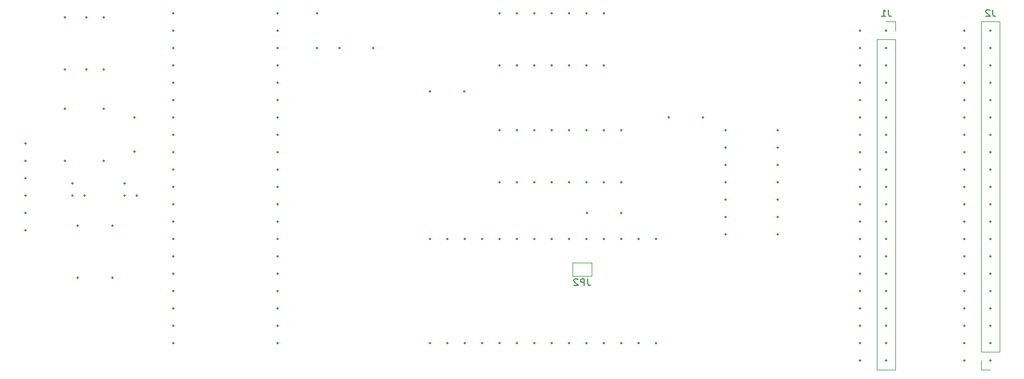
<source format=gbo>
%TF.GenerationSoftware,KiCad,Pcbnew,8.0.5+1*%
%TF.CreationDate,2024-10-09T18:42:43+02:00*%
%TF.ProjectId,QL_PC0084A_keyboard_adapter,514c5f50-4330-4303-9834-415f6b657962,0*%
%TF.SameCoordinates,Original*%
%TF.FileFunction,Legend,Bot*%
%TF.FilePolarity,Positive*%
%FSLAX46Y46*%
G04 Gerber Fmt 4.6, Leading zero omitted, Abs format (unit mm)*
G04 Created by KiCad (PCBNEW 8.0.5+1) date 2024-10-09 18:42:43*
%MOMM*%
%LPD*%
G01*
G04 APERTURE LIST*
%ADD10C,0.150000*%
%ADD11C,0.120000*%
%ADD12C,0.350000*%
G04 APERTURE END LIST*
D10*
X235283333Y-78194819D02*
X235283333Y-78909104D01*
X235283333Y-78909104D02*
X235330952Y-79051961D01*
X235330952Y-79051961D02*
X235426190Y-79147200D01*
X235426190Y-79147200D02*
X235569047Y-79194819D01*
X235569047Y-79194819D02*
X235664285Y-79194819D01*
X234854761Y-78290057D02*
X234807142Y-78242438D01*
X234807142Y-78242438D02*
X234711904Y-78194819D01*
X234711904Y-78194819D02*
X234473809Y-78194819D01*
X234473809Y-78194819D02*
X234378571Y-78242438D01*
X234378571Y-78242438D02*
X234330952Y-78290057D01*
X234330952Y-78290057D02*
X234283333Y-78385295D01*
X234283333Y-78385295D02*
X234283333Y-78480533D01*
X234283333Y-78480533D02*
X234330952Y-78623390D01*
X234330952Y-78623390D02*
X234902380Y-79194819D01*
X234902380Y-79194819D02*
X234283333Y-79194819D01*
X176093333Y-117564819D02*
X176093333Y-118279104D01*
X176093333Y-118279104D02*
X176140952Y-118421961D01*
X176140952Y-118421961D02*
X176236190Y-118517200D01*
X176236190Y-118517200D02*
X176379047Y-118564819D01*
X176379047Y-118564819D02*
X176474285Y-118564819D01*
X175617142Y-118564819D02*
X175617142Y-117564819D01*
X175617142Y-117564819D02*
X175236190Y-117564819D01*
X175236190Y-117564819D02*
X175140952Y-117612438D01*
X175140952Y-117612438D02*
X175093333Y-117660057D01*
X175093333Y-117660057D02*
X175045714Y-117755295D01*
X175045714Y-117755295D02*
X175045714Y-117898152D01*
X175045714Y-117898152D02*
X175093333Y-117993390D01*
X175093333Y-117993390D02*
X175140952Y-118041009D01*
X175140952Y-118041009D02*
X175236190Y-118088628D01*
X175236190Y-118088628D02*
X175617142Y-118088628D01*
X174664761Y-117660057D02*
X174617142Y-117612438D01*
X174617142Y-117612438D02*
X174521904Y-117564819D01*
X174521904Y-117564819D02*
X174283809Y-117564819D01*
X174283809Y-117564819D02*
X174188571Y-117612438D01*
X174188571Y-117612438D02*
X174140952Y-117660057D01*
X174140952Y-117660057D02*
X174093333Y-117755295D01*
X174093333Y-117755295D02*
X174093333Y-117850533D01*
X174093333Y-117850533D02*
X174140952Y-117993390D01*
X174140952Y-117993390D02*
X174712380Y-118564819D01*
X174712380Y-118564819D02*
X174093333Y-118564819D01*
X220043333Y-78194819D02*
X220043333Y-78909104D01*
X220043333Y-78909104D02*
X220090952Y-79051961D01*
X220090952Y-79051961D02*
X220186190Y-79147200D01*
X220186190Y-79147200D02*
X220329047Y-79194819D01*
X220329047Y-79194819D02*
X220424285Y-79194819D01*
X219043333Y-79194819D02*
X219614761Y-79194819D01*
X219329047Y-79194819D02*
X219329047Y-78194819D01*
X219329047Y-78194819D02*
X219424285Y-78337676D01*
X219424285Y-78337676D02*
X219519523Y-78432914D01*
X219519523Y-78432914D02*
X219614761Y-78480533D01*
D11*
%TO.C,J2*%
X233620000Y-79950000D02*
X233620000Y-128270000D01*
X233620000Y-130870000D02*
X233620000Y-129540000D01*
X234950000Y-130870000D02*
X233620000Y-130870000D01*
X236280000Y-79950000D02*
X233620000Y-79950000D01*
X236280000Y-79950000D02*
X236280000Y-128270000D01*
X236280000Y-128270000D02*
X233620000Y-128270000D01*
%TO.C,JP2*%
X173860000Y-115205000D02*
X176660000Y-115205000D01*
X173860000Y-117205000D02*
X173860000Y-115205000D01*
X176660000Y-115205000D02*
X176660000Y-117205000D01*
X176660000Y-117205000D02*
X173860000Y-117205000D01*
%TO.C,J1*%
X218380000Y-82550000D02*
X221040000Y-82550000D01*
X218380000Y-130870000D02*
X218380000Y-82550000D01*
X218380000Y-130870000D02*
X221040000Y-130870000D01*
X219710000Y-79950000D02*
X221040000Y-79950000D01*
X221040000Y-79950000D02*
X221040000Y-81280000D01*
X221040000Y-130870000D02*
X221040000Y-82550000D01*
%TD*%
D12*
X102595000Y-105410000D03*
X100798949Y-105410000D03*
X100798949Y-103613949D03*
X110215000Y-105410000D03*
X108418949Y-105410000D03*
X108418949Y-103613949D03*
X115570000Y-78740000D03*
X115570000Y-81280000D03*
X115570000Y-83820000D03*
X115570000Y-86360000D03*
X115570000Y-88900000D03*
X115570000Y-91440000D03*
X115570000Y-93980000D03*
X115570000Y-96520000D03*
X115570000Y-99060000D03*
X115570000Y-101600000D03*
X115570000Y-104140000D03*
X115570000Y-106680000D03*
X115570000Y-109220000D03*
X115570000Y-111760000D03*
X115570000Y-114300000D03*
X115570000Y-116840000D03*
X115570000Y-119380000D03*
X115570000Y-121920000D03*
X115570000Y-124460000D03*
X115570000Y-127000000D03*
X130810000Y-127000000D03*
X130810000Y-124460000D03*
X130810000Y-121920000D03*
X130810000Y-119380000D03*
X130810000Y-116840000D03*
X130810000Y-114300000D03*
X130810000Y-111760000D03*
X130810000Y-109220000D03*
X130810000Y-106680000D03*
X130810000Y-104140000D03*
X130810000Y-101600000D03*
X130810000Y-99060000D03*
X130810000Y-96520000D03*
X130810000Y-93980000D03*
X130810000Y-91440000D03*
X130810000Y-88900000D03*
X130810000Y-86360000D03*
X130810000Y-83820000D03*
X130810000Y-81280000D03*
X130810000Y-78740000D03*
X178440000Y-78750000D03*
X175900000Y-78750000D03*
X173360000Y-78750000D03*
X170820000Y-78750000D03*
X168280000Y-78750000D03*
X165740000Y-78750000D03*
X163200000Y-78750000D03*
X163200000Y-86370000D03*
X165740000Y-86370000D03*
X168280000Y-86370000D03*
X170820000Y-86370000D03*
X173360000Y-86370000D03*
X175900000Y-86370000D03*
X178440000Y-86370000D03*
X215900000Y-81280000D03*
X215900000Y-83820000D03*
X215900000Y-86360000D03*
X215900000Y-88900000D03*
X215900000Y-91440000D03*
X215900000Y-93980000D03*
X215900000Y-96520000D03*
X215900000Y-99060000D03*
X215900000Y-101600000D03*
X215900000Y-104140000D03*
X215900000Y-106680000D03*
X215900000Y-109220000D03*
X215900000Y-111760000D03*
X215900000Y-114300000D03*
X215900000Y-116840000D03*
X215900000Y-119380000D03*
X215900000Y-121920000D03*
X215900000Y-124460000D03*
X215900000Y-127000000D03*
X215900000Y-129540000D03*
X231140000Y-129540000D03*
X231140000Y-127000000D03*
X231140000Y-124460000D03*
X231140000Y-121920000D03*
X231140000Y-119380000D03*
X231140000Y-116840000D03*
X231140000Y-114300000D03*
X231140000Y-111760000D03*
X231140000Y-109220000D03*
X231140000Y-106680000D03*
X231140000Y-104140000D03*
X231140000Y-101600000D03*
X231140000Y-99060000D03*
X231140000Y-96520000D03*
X231140000Y-93980000D03*
X231140000Y-91440000D03*
X231140000Y-88900000D03*
X231140000Y-86360000D03*
X231140000Y-83820000D03*
X231140000Y-81280000D03*
X105410000Y-86995000D03*
X105410000Y-79375000D03*
X136525000Y-83780000D03*
X136525000Y-78780000D03*
X180975000Y-95885000D03*
X178435000Y-95885000D03*
X175895000Y-95885000D03*
X173355000Y-95885000D03*
X170815000Y-95885000D03*
X168275000Y-95885000D03*
X165735000Y-95885000D03*
X163195000Y-95885000D03*
X163195000Y-103505000D03*
X165735000Y-103505000D03*
X168275000Y-103505000D03*
X170815000Y-103505000D03*
X173355000Y-103505000D03*
X175895000Y-103505000D03*
X178435000Y-103505000D03*
X180975000Y-103505000D03*
X109855000Y-98980000D03*
X109855000Y-93980000D03*
X153075000Y-90170000D03*
X158075000Y-90170000D03*
X187960000Y-93980000D03*
X192960000Y-93980000D03*
X105410000Y-92710000D03*
X105410000Y-100330000D03*
X180975000Y-107950000D03*
X175975000Y-107950000D03*
X139880000Y-83790000D03*
X144780000Y-83790000D03*
X102870000Y-86995000D03*
X102870000Y-79375000D03*
X106680000Y-109855000D03*
X106680000Y-117475000D03*
X101600000Y-109855000D03*
X101600000Y-117475000D03*
X99695000Y-100330000D03*
X99695000Y-92710000D03*
X203825000Y-111125000D03*
X203825000Y-108585000D03*
X203825000Y-106045000D03*
X203825000Y-103505000D03*
X203825000Y-100965000D03*
X203825000Y-98425000D03*
X203825000Y-95885000D03*
X196205000Y-95885000D03*
X196205000Y-98425000D03*
X196205000Y-100965000D03*
X196205000Y-103505000D03*
X196205000Y-106045000D03*
X196205000Y-108585000D03*
X196205000Y-111125000D03*
X99695000Y-79375000D03*
X99695000Y-86995000D03*
X153035000Y-127000000D03*
X155575000Y-127000000D03*
X158115000Y-127000000D03*
X160655000Y-127000000D03*
X163195000Y-127000000D03*
X165735000Y-127000000D03*
X168275000Y-127000000D03*
X170815000Y-127000000D03*
X173355000Y-127000000D03*
X175895000Y-127000000D03*
X178435000Y-127000000D03*
X180975000Y-127000000D03*
X183515000Y-127000000D03*
X186055000Y-127000000D03*
X186055000Y-111760000D03*
X183515000Y-111760000D03*
X180975000Y-111760000D03*
X178435000Y-111760000D03*
X175895000Y-111760000D03*
X173355000Y-111760000D03*
X170815000Y-111760000D03*
X168275000Y-111760000D03*
X165735000Y-111760000D03*
X163195000Y-111760000D03*
X160655000Y-111760000D03*
X158115000Y-111760000D03*
X155575000Y-111760000D03*
X153035000Y-111760000D03*
X93980000Y-110490000D03*
X93980000Y-107950000D03*
X93980000Y-105410000D03*
X93980000Y-102870000D03*
X93980000Y-100330000D03*
X93980000Y-97790000D03*
X234950000Y-129540000D03*
X234950000Y-127000000D03*
X234950000Y-124460000D03*
X234950000Y-121920000D03*
X234950000Y-119380000D03*
X234950000Y-116840000D03*
X234950000Y-114300000D03*
X234950000Y-111760000D03*
X234950000Y-109220000D03*
X234950000Y-106680000D03*
X234950000Y-104140000D03*
X234950000Y-101600000D03*
X234950000Y-99060000D03*
X234950000Y-96520000D03*
X234950000Y-93980000D03*
X234950000Y-91440000D03*
X234950000Y-88900000D03*
X234950000Y-86360000D03*
X234950000Y-83820000D03*
X234950000Y-81280000D03*
X219710000Y-81280000D03*
X219710000Y-83820000D03*
X219710000Y-86360000D03*
X219710000Y-88900000D03*
X219710000Y-91440000D03*
X219710000Y-93980000D03*
X219710000Y-96520000D03*
X219710000Y-99060000D03*
X219710000Y-101600000D03*
X219710000Y-104140000D03*
X219710000Y-106680000D03*
X219710000Y-109220000D03*
X219710000Y-111760000D03*
X219710000Y-114300000D03*
X219710000Y-116840000D03*
X219710000Y-119380000D03*
X219710000Y-121920000D03*
X219710000Y-124460000D03*
X219710000Y-127000000D03*
X219710000Y-129540000D03*
M02*

</source>
